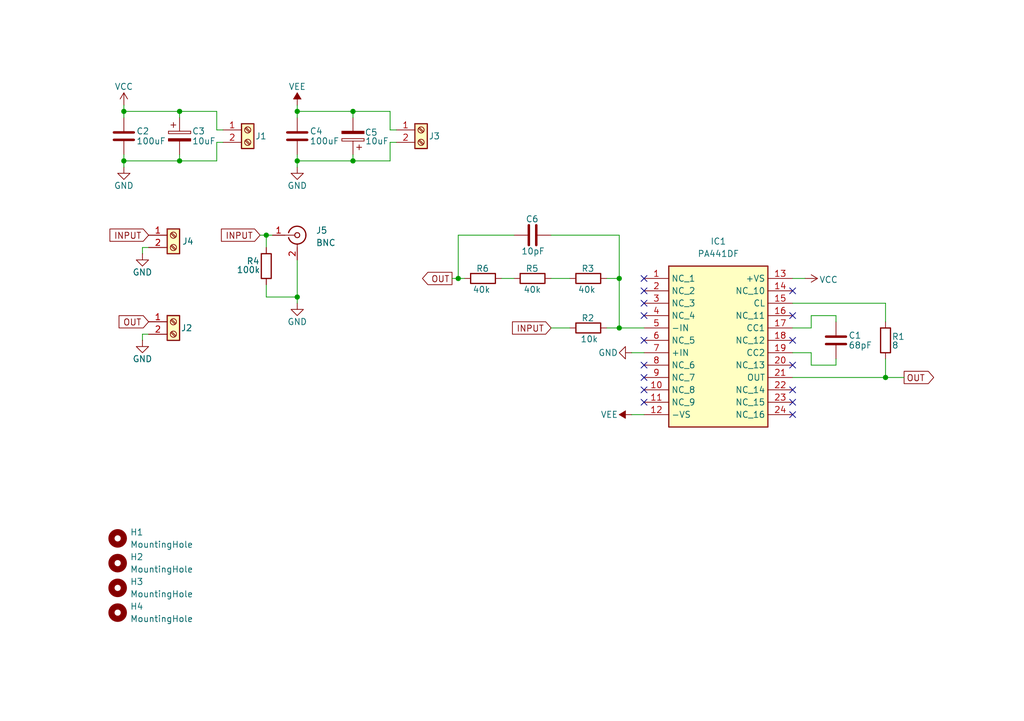
<source format=kicad_sch>
(kicad_sch (version 20250114) (generator "eeschema") (generator_version "9.0")
  (paper "A5")
  (lib_symbols
    (symbol "Connector:Conn_Coaxial" (pin_names (offset 1.016) (hide yes))
      (property "Reference" "J" (at 0.254 3.048 0))
      (property "Value" "Conn_Coaxial" (at 2.921 0 90))
      (symbol "Conn_Coaxial_0_1"
        (polyline (pts (xy -2.54 0) (xy -0.508 0)))
        (arc (start 1.778 0) (mid 0.222 -1.8079) (end -1.778 -0.508) (stroke (width 0.254)))
        (arc (start -1.778 0.508) (mid 0.2221 1.8084) (end 1.778 0) (stroke (width 0.254)))
        (circle (center 0 0) (radius 0.508) (stroke (width 0.2032)))
        (polyline (pts (xy 0 -2.54) (xy 0 -1.778)))
      )
      (symbol "Conn_Coaxial_1_1"
        (pin passive line (at -5.08 0 0) (length 2.54) (name "In") (number "1"))
        (pin passive line (at 0 -5.08 90) (length 2.54) (name "Ext") (number "2"))
      )
    )
    (symbol "Connector:Screw_Terminal_01x02" (pin_names (offset 1.016) (hide yes))
      (property "Reference" "J" (at 0 2.54 0))
      (property "Value" "Screw_Terminal_01x02" (at 0 -5.08 0))
      (symbol "Screw_Terminal_01x02_1_1"
        (rectangle (start -1.27 1.27) (end 1.27 -3.81) (stroke (width 0.254)) (fill (type background)))
        (polyline (pts (xy -0.5334 0.3302) (xy 0.3302 -0.508)) (stroke (width 0.1524)))
        (polyline (pts (xy -0.5334 -2.2098) (xy 0.3302 -3.048)) (stroke (width 0.1524)))
        (polyline (pts (xy -0.3556 0.508) (xy 0.508 -0.3302)) (stroke (width 0.1524)))
        (polyline (pts (xy -0.3556 -2.032) (xy 0.508 -2.8702)) (stroke (width 0.1524)))
        (circle (center 0 0) (radius 0.635) (stroke (width 0.1524)))
        (circle (center 0 -2.54) (radius 0.635) (stroke (width 0.1524)))
        (pin passive line (at -5.08 0 0) (length 3.81) (name "Pin_1") (number "1"))
        (pin passive line (at -5.08 -2.54 0) (length 3.81) (name "Pin_2") (number "2"))
      )
    )
    (symbol "Device:C" (pin_numbers (hide yes)) (pin_names (offset 0.254))
      (property "Reference" "C" (at 0.635 2.54 0))
      (property "Value" "C" (at 0.635 -2.54 0))
      (symbol "C_0_1"
        (polyline (pts (xy -2.032 0.762) (xy 2.032 0.762)) (stroke (width 0.508)))
        (polyline (pts (xy -2.032 -0.762) (xy 2.032 -0.762)) (stroke (width 0.508)))
      )
      (symbol "C_1_1"
        (pin passive line (at 0 3.81 270) (length 2.794) (name "~") (number "1"))
        (pin passive line (at 0 -3.81 90) (length 2.794) (name "~") (number "2"))
      )
    )
    (symbol "Device:C_Polarized" (pin_numbers (hide yes)) (pin_names (offset 0.254))
      (property "Reference" "C" (at 0.635 2.54 0))
      (property "Value" "C_Polarized" (at 0.635 -2.54 0))
      (symbol "C_Polarized_0_1"
        (rectangle (start -2.286 0.508) (end 2.286 1.016))
        (polyline (pts (xy -1.778 2.286) (xy -0.762 2.286)))
        (polyline (pts (xy -1.27 2.794) (xy -1.27 1.778)))
        (rectangle (start 2.286 -0.508) (end -2.286 -1.016) (fill (type outline)))
      )
      (symbol "C_Polarized_1_1"
        (pin passive line (at 0 3.81 270) (length 2.794) (name "~") (number "1"))
        (pin passive line (at 0 -3.81 90) (length 2.794) (name "~") (number "2"))
      )
    )
    (symbol "Device:R" (pin_numbers (hide yes)) (pin_names (offset 0))
      (property "Reference" "R" (at 2.032 0 90))
      (property "Value" "R" (at 0 0 90))
      (symbol "R_0_1"
        (rectangle (start -1.016 -2.54) (end 1.016 2.54) (stroke (width 0.254)))
      )
      (symbol "R_1_1"
        (pin passive line (at 0 3.81 270) (length 1.27) (name "~") (number "1"))
        (pin passive line (at 0 -3.81 90) (length 1.27) (name "~") (number "2"))
      )
    )
    (symbol "Mechanical:MountingHole" (pin_names (offset 1.016)) (in_bom no)
      (property "Reference" "H" (at 0 5.08 0))
      (property "Value" "MountingHole" (at 0 3.175 0))
      (symbol "MountingHole_0_1"
        (circle (center 0 0) (radius 1.27) (stroke (width 1.27)))
      )
    )
    (symbol "PA441:PA441DF"
      (property "Reference" "IC" (at 26.67 7.62 0))
      (property "Value" "PA441DF" (at 26.67 5.08 0))
      (symbol "PA441DF_1_1"
        (rectangle (start 5.08 2.54) (end 25.4 -30.48) (stroke (width 0.254)) (fill (type background)))
        (pin passive line (at 0 0 0) (length 5.08) (name "NC_1") (number "1"))
        (pin passive line (at 0 -2.54 0) (length 5.08) (name "NC_2") (number "2"))
        (pin passive line (at 0 -5.08 0) (length 5.08) (name "NC_3") (number "3"))
        (pin passive line (at 0 -7.62 0) (length 5.08) (name "NC_4") (number "4"))
        (pin passive line (at 0 -10.16 0) (length 5.08) (name "-IN") (number "5"))
        (pin passive line (at 0 -12.7 0) (length 5.08) (name "NC_5") (number "6"))
        (pin passive line (at 0 -15.24 0) (length 5.08) (name "+IN") (number "7"))
        (pin passive line (at 0 -17.78 0) (length 5.08) (name "NC_6") (number "8"))
        (pin passive line (at 0 -20.32 0) (length 5.08) (name "NC_7") (number "9"))
        (pin passive line (at 0 -22.86 0) (length 5.08) (name "NC_8") (number "10"))
        (pin passive line (at 0 -25.4 0) (length 5.08) (name "NC_9") (number "11"))
        (pin passive line (at 0 -27.94 0) (length 5.08) (name "-VS") (number "12"))
        (pin passive line (at 30.48 0 180) (length 5.08) (name "+VS") (number "13"))
        (pin passive line (at 30.48 -2.54 180) (length 5.08) (name "NC_10") (number "14"))
        (pin passive line (at 30.48 -5.08 180) (length 5.08) (name "CL") (number "15"))
        (pin passive line (at 30.48 -7.62 180) (length 5.08) (name "NC_11") (number "16"))
        (pin passive line (at 30.48 -10.16 180) (length 5.08) (name "CC1") (number "17"))
        (pin passive line (at 30.48 -12.7 180) (length 5.08) (name "NC_12") (number "18"))
        (pin passive line (at 30.48 -15.24 180) (length 5.08) (name "CC2") (number "19"))
        (pin passive line (at 30.48 -17.78 180) (length 5.08) (name "NC_13") (number "20"))
        (pin passive line (at 30.48 -20.32 180) (length 5.08) (name "OUT") (number "21"))
        (pin passive line (at 30.48 -22.86 180) (length 5.08) (name "NC_14") (number "22"))
        (pin passive line (at 30.48 -25.4 180) (length 5.08) (name "NC_15") (number "23"))
        (pin passive line (at 30.48 -27.94 180) (length 5.08) (name "NC_16") (number "24"))
      )
    )
    (symbol "power:GND" (power) (pin_numbers (hide yes)) (pin_names (offset 0) (hide yes))
      (property "Value" "GND" (at 0 -3.81 0))
      (symbol "GND_0_1"
        (polyline (pts (xy 0 0) (xy 0 -1.27) (xy 1.27 -1.27) (xy 0 -2.54) (xy -1.27 -1.27) (xy 0 -1.27)))
      )
      (symbol "GND_1_1"
        (pin power_in line (at 0 0 270) (length 0) (name "~") (number "1"))
      )
    )
    (symbol "power:VCC" (power) (pin_numbers (hide yes)) (pin_names (offset 0) (hide yes))
      (property "Value" "VCC" (at 0 3.556 0))
      (symbol "VCC_0_1"
        (polyline (pts (xy -0.762 1.27) (xy 0 2.54)))
        (polyline (pts (xy 0 2.54) (xy 0.762 1.27)))
        (polyline (pts (xy 0 0) (xy 0 2.54)))
      )
      (symbol "VCC_1_1"
        (pin power_in line (at 0 0 90) (length 0) (name "~") (number "1"))
      )
    )
    (symbol "power:VEE" (power) (pin_numbers (hide yes)) (pin_names (offset 0) (hide yes))
      (property "Value" "VEE" (at 0 3.556 0))
      (symbol "VEE_0_1"
        (polyline (pts (xy 0 0) (xy 0 2.54)))
        (polyline (pts (xy 0.762 1.27) (xy -0.762 1.27) (xy 0 2.54) (xy 0.762 1.27)) (fill (type outline)))
      )
      (symbol "VEE_1_1"
        (pin power_in line (at 0 0 90) (length 0) (name "~") (number "1"))
      )
    )
  )
  (junction (at 36.83 22.86))
  (junction (at 181.61 77.47))
  (junction (at 36.83 33.02))
  (junction (at 93.98 57.15))
  (junction (at 25.4 33.02))
  (junction (at 60.96 60.96))
  (junction (at 25.4 22.86))
  (junction (at 54.61 48.26))
  (junction (at 60.96 33.02))
  (junction (at 127 67.31))
  (junction (at 127 57.15))
  (junction (at 60.96 22.86))
  (junction (at 72.39 33.02))
  (junction (at 72.39 22.86))
  (no_connect (at 162.56 64.77))
  (no_connect (at 132.08 59.69))
  (no_connect (at 162.56 74.93))
  (no_connect (at 132.08 77.47))
  (no_connect (at 132.08 64.77))
  (no_connect (at 162.56 85.09))
  (no_connect (at 132.08 69.85))
  (no_connect (at 132.08 62.23))
  (no_connect (at 132.08 82.55))
  (no_connect (at 132.08 74.93))
  (no_connect (at 132.08 57.15))
  (no_connect (at 132.08 80.01))
  (no_connect (at 162.56 69.85))
  (no_connect (at 162.56 82.55))
  (no_connect (at 162.56 80.01))
  (no_connect (at 162.56 59.69))
  (wire (pts (xy 60.96 22.86) (xy 60.96 24.13)))
  (wire (pts (xy 102.87 57.15) (xy 105.41 57.15)))
  (wire (pts (xy 54.61 58.42) (xy 54.61 60.96)))
  (wire (pts (xy 54.61 48.26) (xy 54.61 50.8)))
  (wire (pts (xy 113.03 48.26) (xy 127 48.26)))
  (wire (pts (xy 93.98 57.15) (xy 95.25 57.15)))
  (wire (pts (xy 162.56 57.15) (xy 165.1 57.15)))
  (wire (pts (xy 72.39 22.86) (xy 72.39 24.13)))
  (wire (pts (xy 181.61 77.47) (xy 162.56 77.47)))
  (wire (pts (xy 181.61 62.23) (xy 181.61 66.04)))
  (wire (pts (xy 29.21 68.58) (xy 30.48 68.58)))
  (wire (pts (xy 166.37 64.77) (xy 171.45 64.77)))
  (wire (pts (xy 25.4 21.59) (xy 25.4 22.86)))
  (wire (pts (xy 60.96 60.96) (xy 54.61 60.96)))
  (wire (pts (xy 36.83 22.86) (xy 44.45 22.86)))
  (wire (pts (xy 60.96 33.02) (xy 72.39 33.02)))
  (wire (pts (xy 81.28 29.21) (xy 80.01 29.21)))
  (wire (pts (xy 29.21 50.8) (xy 29.21 52.07)))
  (wire (pts (xy 171.45 73.66) (xy 171.45 74.93)))
  (wire (pts (xy 45.72 29.21) (xy 44.45 29.21)))
  (wire (pts (xy 127 48.26) (xy 127 57.15)))
  (wire (pts (xy 166.37 74.93) (xy 171.45 74.93)))
  (wire (pts (xy 93.98 48.26) (xy 105.41 48.26)))
  (wire (pts (xy 60.96 22.86) (xy 72.39 22.86)))
  (wire (pts (xy 60.96 33.02) (xy 60.96 34.29)))
  (wire (pts (xy 60.96 53.34) (xy 60.96 60.96)))
  (wire (pts (xy 44.45 26.67) (xy 45.72 26.67)))
  (wire (pts (xy 72.39 22.86) (xy 80.01 22.86)))
  (wire (pts (xy 181.61 73.66) (xy 181.61 77.47)))
  (wire (pts (xy 113.03 67.31) (xy 116.84 67.31)))
  (wire (pts (xy 80.01 22.86) (xy 80.01 26.67)))
  (wire (pts (xy 25.4 22.86) (xy 36.83 22.86)))
  (wire (pts (xy 44.45 22.86) (xy 44.45 26.67)))
  (wire (pts (xy 60.96 60.96) (xy 60.96 62.23)))
  (wire (pts (xy 60.96 31.75) (xy 60.96 33.02)))
  (wire (pts (xy 113.03 57.15) (xy 116.84 57.15)))
  (wire (pts (xy 80.01 29.21) (xy 80.01 33.02)))
  (wire (pts (xy 129.54 72.39) (xy 132.08 72.39)))
  (wire (pts (xy 162.56 67.31) (xy 166.37 67.31)))
  (wire (pts (xy 127 67.31) (xy 127 57.15)))
  (wire (pts (xy 166.37 67.31) (xy 166.37 64.77)))
  (wire (pts (xy 129.54 85.09) (xy 132.08 85.09)))
  (wire (pts (xy 36.83 33.02) (xy 44.45 33.02)))
  (wire (pts (xy 36.83 22.86) (xy 36.83 24.13)))
  (wire (pts (xy 166.37 72.39) (xy 166.37 74.93)))
  (wire (pts (xy 54.61 48.26) (xy 55.88 48.26)))
  (wire (pts (xy 25.4 22.86) (xy 25.4 24.13)))
  (wire (pts (xy 171.45 64.77) (xy 171.45 66.04)))
  (wire (pts (xy 60.96 21.59) (xy 60.96 22.86)))
  (wire (pts (xy 80.01 26.67) (xy 81.28 26.67)))
  (wire (pts (xy 124.46 67.31) (xy 127 67.31)))
  (wire (pts (xy 36.83 33.02) (xy 25.4 33.02)))
  (wire (pts (xy 53.34 48.26) (xy 54.61 48.26)))
  (wire (pts (xy 72.39 31.75) (xy 72.39 33.02)))
  (wire (pts (xy 72.39 33.02) (xy 80.01 33.02)))
  (wire (pts (xy 25.4 33.02) (xy 25.4 34.29)))
  (wire (pts (xy 29.21 50.8) (xy 30.48 50.8)))
  (wire (pts (xy 92.71 57.15) (xy 93.98 57.15)))
  (wire (pts (xy 162.56 62.23) (xy 181.61 62.23)))
  (wire (pts (xy 93.98 57.15) (xy 93.98 48.26)))
  (wire (pts (xy 29.21 69.85) (xy 29.21 68.58)))
  (wire (pts (xy 25.4 31.75) (xy 25.4 33.02)))
  (wire (pts (xy 127 67.31) (xy 132.08 67.31)))
  (wire (pts (xy 124.46 57.15) (xy 127 57.15)))
  (wire (pts (xy 181.61 77.47) (xy 185.42 77.47)))
  (wire (pts (xy 36.83 31.75) (xy 36.83 33.02)))
  (wire (pts (xy 162.56 72.39) (xy 166.37 72.39)))
  (wire (pts (xy 44.45 29.21) (xy 44.45 33.02)))
  (global_label "OUT" (shape output) (at 92.71 57.15 180) (property "Intersheetrefs" "${INTERSHEET_REFS}" (effects (hide yes))))
  (global_label "INPUT" (shape input) (at 53.34 48.26 180) (property "Intersheetrefs" "${INTERSHEET_REFS}" (effects (hide yes))))
  (global_label "OUT" (shape output) (at 185.42 77.47 0) (property "Intersheetrefs" "${INTERSHEET_REFS}" (effects (hide yes))))
  (global_label "OUT" (shape input) (at 30.48 66.04 180) (property "Intersheetrefs" "${INTERSHEET_REFS}" (effects (hide yes))))
  (global_label "INPUT" (shape input) (at 30.48 48.26 180) (property "Intersheetrefs" "${INTERSHEET_REFS}" (effects (hide yes))))
  (global_label "INPUT" (shape input) (at 113.03 67.31 180) (property "Intersheetrefs" "${INTERSHEET_REFS}" (effects (hide yes))))
  (symbol (lib_id "Mechanical:MountingHole") (at 24.13 115.57 0) (unit 1) (in_bom no)
    (property "Reference" "H2" (at 26.67 114.2999 0) (effects (justify left)))
    (property "Value" "MountingHole" (at 26.67 116.8399 0) (effects (justify left)))
    (property "Footprint" "MountingHole:MountingHole_3.2mm_M3_DIN965" (effects (hide yes)))
    (property "Description" "Mounting Hole without connection" (effects (hide yes)))
  )
  (symbol (lib_id "Connector:Conn_Coaxial") (at 60.96 48.26 0) (unit 1)
    (property "Reference" "J5" (at 64.77 47.2831 0) (effects (justify left)))
    (property "Value" "BNC" (at 64.77 49.8231 0) (effects (justify left)))
    (property "Description" "coaxial connector (BNC, SMA, SMB, SMC, Cinch/RCA, LEMO, ...)" (effects (hide yes)))
  )
  (symbol (lib_id "power:GND") (at 25.4 34.29 0) (unit 1)
    (property "Reference" "#PWR08" (effects (hide yes)))
    (property "Value" "GND" (at 25.4 38.1 0))
    (property "Description" "Power symbol creates a global label with name \"GND\" , ground" (effects (hide yes)))
  )
  (symbol (lib_id "Device:C") (at 25.4 27.94 0) (unit 1)
    (property "Reference" "C2" (at 27.94 26.924 0) (effects (justify left)))
    (property "Value" "100uF" (at 27.94 28.956 0) (effects (justify left)))
    (property "Description" "Unpolarized capacitor" (effects (hide yes)))
  )
  (symbol (lib_id "Device:C") (at 171.45 69.85 0) (unit 1)
    (property "Reference" "C1" (at 173.99 68.834 0) (effects (justify left)))
    (property "Value" "68pF" (at 173.99 70.866 0) (effects (justify left)))
    (property "Description" "Unpolarized capacitor" (effects (hide yes)))
  )
  (symbol (lib_id "Device:R") (at 54.61 54.61 0) (unit 1)
    (property "Reference" "R4" (at 50.546 53.594 0) (effects (justify left)))
    (property "Value" "100k" (at 48.514 55.372 0) (effects (justify left)))
    (property "Description" "Resistor" (effects (hide yes)))
  )
  (symbol (lib_id "Device:C") (at 60.96 27.94 0) (unit 1)
    (property "Reference" "C4" (at 63.5 26.924 0) (effects (justify left)))
    (property "Value" "100uF" (at 63.5 28.956 0) (effects (justify left)))
    (property "Description" "Unpolarized capacitor" (effects (hide yes)))
  )
  (symbol (lib_id "power:GND") (at 129.54 72.39 270) (unit 1)
    (property "Reference" "#PWR04" (effects (hide yes)))
    (property "Value" "GND" (at 124.714 72.39 90))
    (property "Description" "Power symbol creates a global label with name \"GND\" , ground" (effects (hide yes)))
  )
  (symbol (lib_id "Mechanical:MountingHole") (at 24.13 125.73 0) (unit 1) (in_bom no)
    (property "Reference" "H4" (at 26.67 124.4599 0) (effects (justify left)))
    (property "Value" "MountingHole" (at 26.67 126.9999 0) (effects (justify left)))
    (property "Footprint" "MountingHole:MountingHole_3.2mm_M3_DIN965" (effects (hide yes)))
    (property "Description" "Mounting Hole without connection" (effects (hide yes)))
  )
  (symbol (lib_id "Device:C_Polarized") (at 36.83 27.94 0) (unit 1)
    (property "Reference" "C3" (at 39.37 26.924 0) (effects (justify left)))
    (property "Value" "10uF" (at 39.37 28.956 0) (effects (justify left)))
    (property "Description" "Polarized capacitor" (effects (hide yes)))
  )
  (symbol (lib_id "Device:R") (at 120.65 67.31 90) (unit 1)
    (property "Reference" "R2" (at 121.92 65.278 90) (effects (justify left)))
    (property "Value" "10k" (at 122.682 69.596 90) (effects (justify left)))
    (property "Description" "Resistor" (effects (hide yes)))
  )
  (symbol (lib_id "Device:R") (at 181.61 69.85 0) (unit 1)
    (property "Reference" "R1" (at 182.88 69.088 0) (effects (justify left)))
    (property "Value" "8" (at 182.88 70.866 0) (effects (justify left)))
    (property "Description" "Resistor" (effects (hide yes)))
  )
  (symbol (lib_id "Connector:Screw_Terminal_01x02") (at 35.56 66.04 0) (unit 1)
    (property "Reference" "J2" (at 37.084 67.31 0) (effects (justify left)))
    (property "Value" "Screw_Terminal_01x02" (effects (hide yes)))
    (property "Footprint" "MOLEX_CON:395011002_MOL" (effects (hide yes)))
    (property "Description" "Generic screw terminal, single row, 01x02, script generated (kicad-library-utils/schlib/autogen/connector/)" (effects (hide yes)))
  )
  (symbol (lib_id "power:GND") (at 60.96 34.29 0) (unit 1)
    (property "Reference" "#PWR09" (effects (hide yes)))
    (property "Value" "GND" (at 60.96 38.1 0))
    (property "Description" "Power symbol creates a global label with name \"GND\" , ground" (effects (hide yes)))
  )
  (symbol (lib_id "power:VEE") (at 60.96 21.59 0) (unit 1)
    (property "Reference" "#PWR03" (effects (hide yes)))
    (property "Value" "VEE" (at 60.96 17.78 0))
    (property "Description" "Power symbol creates a global label with name \"VEE\"" (effects (hide yes)))
  )
  (symbol (lib_id "Connector:Screw_Terminal_01x02") (at 35.56 48.26 0) (unit 1)
    (property "Reference" "J4" (at 37.338 49.53 0) (effects (justify left)))
    (property "Value" "Screw_Terminal_01x02" (effects (hide yes)))
    (property "Footprint" "MOLEX_CON:395011002_MOL" (effects (hide yes)))
    (property "Description" "Generic screw terminal, single row, 01x02, script generated (kicad-library-utils/schlib/autogen/connector/)" (effects (hide yes)))
  )
  (symbol (lib_id "Connector:Screw_Terminal_01x02") (at 86.36 26.67 0) (unit 1)
    (property "Reference" "J3" (at 87.884 27.94 0) (effects (justify left)))
    (property "Value" "Screw_Terminal_01x02" (effects (hide yes)))
    (property "Footprint" "MOLEX_CON:395011002_MOL" (effects (hide yes)))
    (property "Description" "Generic screw terminal, single row, 01x02, script generated (kicad-library-utils/schlib/autogen/connector/)" (effects (hide yes)))
  )
  (symbol (lib_id "power:VCC") (at 25.4 21.59 0) (unit 1)
    (property "Reference" "#PWR01" (effects (hide yes)))
    (property "Value" "VCC" (at 25.4 17.78 0))
    (property "Description" "Power symbol creates a global label with name \"VCC\"" (effects (hide yes)))
  )
  (symbol (lib_id "power:VCC") (at 165.1 57.15 270) (unit 1)
    (property "Reference" "#PWR02" (effects (hide yes)))
    (property "Value" "VCC" (at 169.926 57.404 90))
    (property "Description" "Power symbol creates a global label with name \"VCC\"" (effects (hide yes)))
  )
  (symbol (lib_id "power:GND") (at 29.21 69.85 0) (unit 1)
    (property "Reference" "#PWR05" (effects (hide yes)))
    (property "Value" "GND" (at 29.21 73.66 0))
    (property "Description" "Power symbol creates a global label with name \"GND\" , ground" (effects (hide yes)))
  )
  (symbol (lib_id "Mechanical:MountingHole") (at 24.13 120.65 0) (unit 1) (in_bom no)
    (property "Reference" "H3" (at 26.67 119.3799 0) (effects (justify left)))
    (property "Value" "MountingHole" (at 26.67 121.9199 0) (effects (justify left)))
    (property "Footprint" "MountingHole:MountingHole_3.2mm_M3_DIN965" (effects (hide yes)))
    (property "Description" "Mounting Hole without connection" (effects (hide yes)))
  )
  (symbol (lib_id "Connector:Screw_Terminal_01x02") (at 50.8 26.67 0) (unit 1)
    (property "Reference" "J1" (at 52.324 27.94 0) (effects (justify left)))
    (property "Value" "Screw_Terminal_01x02" (effects (hide yes)))
    (property "Footprint" "MOLEX_CON:395011002_MOL" (effects (hide yes)))
    (property "Description" "Generic screw terminal, single row, 01x02, script generated (kicad-library-utils/schlib/autogen/connector/)" (effects (hide yes)))
  )
  (symbol (lib_id "Mechanical:MountingHole") (at 24.13 110.49 0) (unit 1) (in_bom no)
    (property "Reference" "H1" (at 26.67 109.2199 0) (effects (justify left)))
    (property "Value" "MountingHole" (at 26.67 111.7599 0) (effects (justify left)))
    (property "Footprint" "MountingHole:MountingHole_3.2mm_M3_DIN965" (effects (hide yes)))
    (property "Description" "Mounting Hole without connection" (effects (hide yes)))
  )
  (symbol (lib_id "PA441:PA441DF") (at 132.08 57.15 0) (unit 1)
    (property "Reference" "IC1" (at 147.32 49.53 0))
    (property "Value" "PA441DF" (at 147.32 52.07 0))
    (property "Footprint" "PA441DF" (effects (hide yes)))
    (property "Datasheet" "https://www.apexanalog.com/resources/products/pa441u-pa443u.pdf" (effects (hide yes)))
    (property "Description" "350V Low Noise Power Amplifier, Low 12V RMS noise at 20kHz bandwidth, Low voltage offset 5mV typical at +25C, High output current - 120mA PEAK, Low quiescent current  2.2mA typical" (effects (hide yes)))
    (property "Height" "3.6" (effects (hide yes)))
    (property "Mouser Part Number" "137-PA441DF" (effects (hide yes)))
    (property "Mouser Price/Stock" "https://www.mouser.co.uk/ProductDetail/Apex-Microtechnology/PA441DF?qs=TiOZkKH1s2RNXJfoenDZLg%3D%3D" (effects (hide yes)))
    (property "Manufacturer_Name" "Apex Microtechnology" (effects (hide yes)))
    (property "Manufacturer_Part_Number" "PA441DF" (effects (hide yes)))
  )
  (symbol (lib_id "Device:R") (at 120.65 57.15 90) (unit 1)
    (property "Reference" "R3" (at 121.92 55.118 90) (effects (justify left)))
    (property "Value" "40k" (at 122.174 59.436 90) (effects (justify left)))
    (property "Description" "Resistor" (effects (hide yes)))
  )
  (symbol (lib_id "power:VEE") (at 129.54 85.09 90) (unit 1)
    (property "Reference" "#PWR07" (effects (hide yes)))
    (property "Value" "VEE" (at 124.968 85.09 90))
    (property "Description" "Power symbol creates a global label with name \"VEE\"" (effects (hide yes)))
  )
  (symbol (lib_id "power:GND") (at 60.96 62.23 0) (unit 1)
    (property "Reference" "#PWR010" (effects (hide yes)))
    (property "Value" "GND" (at 60.96 66.04 0))
    (property "Description" "Power symbol creates a global label with name \"GND\" , ground" (effects (hide yes)))
  )
  (symbol (lib_id "power:GND") (at 29.21 52.07 0) (unit 1)
    (property "Reference" "#PWR06" (effects (hide yes)))
    (property "Value" "GND" (at 29.21 55.88 0))
    (property "Description" "Power symbol creates a global label with name \"GND\" , ground" (effects (hide yes)))
  )
  (symbol (lib_id "Device:C_Polarized") (at 72.39 27.94 180) (unit 1)
    (property "Reference" "C5" (at 77.47 27.178 0) (effects (justify left)))
    (property "Value" "10uF" (at 79.756 28.956 0) (effects (justify left)))
    (property "Description" "Polarized capacitor" (effects (hide yes)))
  )
  (symbol (lib_id "Device:R") (at 109.22 57.15 90) (unit 1)
    (property "Reference" "R5" (at 110.49 55.118 90) (effects (justify left)))
    (property "Value" "40k" (at 110.998 59.436 90) (effects (justify left)))
    (property "Description" "Resistor" (effects (hide yes)))
  )
  (symbol (lib_id "Device:C") (at 109.22 48.26 90) (unit 1)
    (property "Reference" "C6" (at 110.49 44.958 90) (effects (justify left)))
    (property "Value" "10pF" (at 111.76 51.562 90) (effects (justify left)))
    (property "Description" "Unpolarized capacitor" (effects (hide yes)))
  )
  (symbol (lib_id "Device:R") (at 99.06 57.15 90) (unit 1)
    (property "Reference" "R6" (at 100.33 55.118 90) (effects (justify left)))
    (property "Value" "40k" (at 100.584 59.436 90) (effects (justify left)))
    (property "Description" "Resistor" (effects (hide yes)))
  )
)
</source>
